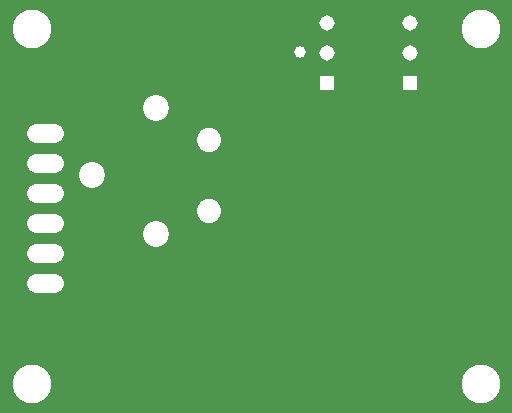
<source format=gbr>
G04 EAGLE Gerber RS-274X export*
G75*
%MOMM*%
%FSLAX34Y34*%
%LPD*%
%INSoldermask Bottom*%
%IPNEG*%
%AMOC8*
5,1,8,0,0,1.08239X$1,22.5*%
G01*
%ADD10C,3.300000*%
%ADD11C,2.200000*%
%ADD12C,2.050000*%
%ADD13C,1.308000*%
%ADD14R,1.308000X1.308000*%
%ADD15C,1.624000*%
%ADD16C,1.000000*%


D10*
X30000Y330000D03*
X30000Y30000D03*
X410000Y30000D03*
X410000Y330000D03*
D11*
X135000Y156500D03*
X135000Y263500D03*
D12*
X180000Y176500D03*
X180000Y236500D03*
D11*
X81000Y206500D03*
D13*
X280000Y335400D03*
X280000Y310000D03*
D14*
X280000Y284600D03*
D13*
X350000Y335400D03*
X350000Y310000D03*
D14*
X350000Y284600D03*
D15*
X48620Y115500D02*
X33380Y115500D01*
X33380Y140900D02*
X48620Y140900D01*
X48620Y166300D02*
X33380Y166300D01*
X33380Y191700D02*
X48620Y191700D01*
X48620Y217100D02*
X33380Y217100D01*
X33380Y242500D02*
X48620Y242500D01*
D16*
X257000Y311000D03*
M02*

</source>
